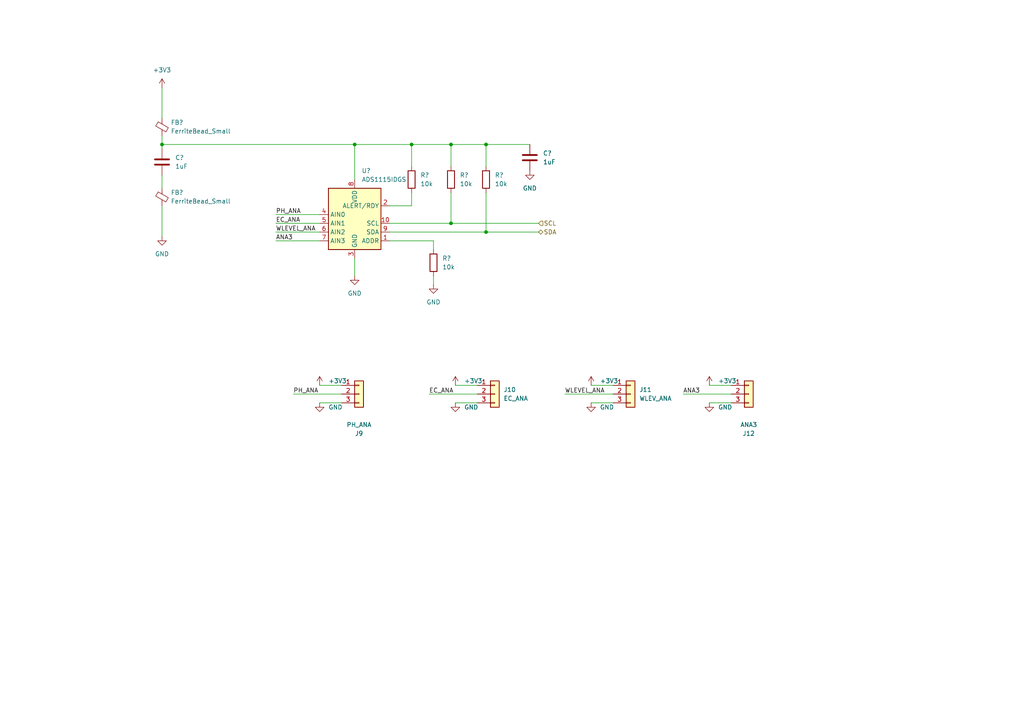
<source format=kicad_sch>
(kicad_sch (version 20211123) (generator eeschema)
  (paper "A4")
  (lib_symbols
    (symbol "Analog_ADC:ADS1115IDGS"
      (property "Reference" "U" (at 2.54 13.97 0))
      (property "Value" "ADS1115IDGS" (at 7.62 11.43 0))
      (symbol "ADS1115IDGS_0_1"
        (rectangle (start -7.62 10.16) (end 7.62 -7.62) (stroke (width 0.254)) (fill (type background)))
      )
      (symbol "ADS1115IDGS_1_1"
        (pin input line (at 10.16 -5.08 180) (length 2.54) (name "ADDR") (number "1"))
        (pin input line (at 10.16 0 180) (length 2.54) (name "SCL") (number "10"))
        (pin output line (at 10.16 5.08 180) (length 2.54) (name "ALERT/RDY") (number "2"))
        (pin power_in line (at 0 -10.16 90) (length 2.54) (name "GND") (number "3"))
        (pin input line (at -10.16 2.54 0) (length 2.54) (name "AIN0") (number "4"))
        (pin input line (at -10.16 0 0) (length 2.54) (name "AIN1") (number "5"))
        (pin input line (at -10.16 -2.54 0) (length 2.54) (name "AIN2") (number "6"))
        (pin input line (at -10.16 -5.08 0) (length 2.54) (name "AIN3") (number "7"))
        (pin power_in line (at 0 12.7 270) (length 2.54) (name "VDD") (number "8"))
        (pin bidirectional line (at 10.16 -2.54 180) (length 2.54) (name "SDA") (number "9"))
      )
    )
    (symbol "Connector_Generic:Conn_01x03" (pin_names (offset 1.016) hide)
      (property "Reference" "J" (at 0 5.08 0))
      (property "Value" "Conn_01x03" (at 0 -5.08 0))
      (symbol "Conn_01x03_1_1"
        (rectangle (start -1.27 -2.413) (end 0 -2.667) (stroke (width 0.1524)))
        (rectangle (start -1.27 0.127) (end 0 -0.127) (stroke (width 0.1524)))
        (rectangle (start -1.27 2.667) (end 0 2.413) (stroke (width 0.1524)))
        (rectangle (start -1.27 3.81) (end 1.27 -3.81) (stroke (width 0.254)) (fill (type background)))
        (pin passive line (at -5.08 2.54 0) (length 3.81) (name "Pin_1") (number "1"))
        (pin passive line (at -5.08 0 0) (length 3.81) (name "Pin_2") (number "2"))
        (pin passive line (at -5.08 -2.54 0) (length 3.81) (name "Pin_3") (number "3"))
      )
    )
    (symbol "Device:C" (pin_numbers hide) (pin_names (offset 0.254))
      (property "Reference" "C" (at 0.635 2.54 0))
      (property "Value" "C" (at 0.635 -2.54 0))
      (symbol "C_0_1"
        (polyline (pts (xy -2.032 -0.762) (xy 2.032 -0.762)) (stroke (width 0.508)))
        (polyline (pts (xy -2.032 0.762) (xy 2.032 0.762)) (stroke (width 0.508)))
      )
      (symbol "C_1_1"
        (pin passive line (at 0 3.81 270) (length 2.794) (name "~") (number "1"))
        (pin passive line (at 0 -3.81 90) (length 2.794) (name "~") (number "2"))
      )
    )
    (symbol "Device:FerriteBead_Small" (pin_numbers hide) (pin_names (offset 0))
      (property "Reference" "FB" (at 1.905 1.27 0))
      (property "Value" "FerriteBead_Small" (at 1.905 -1.27 0))
      (symbol "FerriteBead_Small_0_1"
        (polyline (pts (xy 0 -1.27) (xy 0 -0.7874)))
        (polyline (pts (xy 0 0.889) (xy 0 1.2954)))
        (polyline (pts (xy -1.8288 0.2794) (xy -1.1176 1.4986) (xy 1.8288 -0.2032) (xy 1.1176 -1.4224) (xy -1.8288 0.2794)))
      )
      (symbol "FerriteBead_Small_1_1"
        (pin passive line (at 0 2.54 270) (length 1.27) (name "~") (number "1"))
        (pin passive line (at 0 -2.54 90) (length 1.27) (name "~") (number "2"))
      )
    )
    (symbol "Device:R" (pin_numbers hide) (pin_names (offset 0))
      (property "Reference" "R" (at 2.032 0 90))
      (property "Value" "R" (at 0 0 90))
      (symbol "R_0_1"
        (rectangle (start -1.016 -2.54) (end 1.016 2.54) (stroke (width 0.254)))
      )
      (symbol "R_1_1"
        (pin passive line (at 0 3.81 270) (length 1.27) (name "~") (number "1"))
        (pin passive line (at 0 -3.81 90) (length 1.27) (name "~") (number "2"))
      )
    )
    (symbol "power:+3V3" (power) (pin_names (offset 0))
      (property "Value" "+3V3" (at 0 3.556 0))
      (symbol "+3V3_0_1"
        (polyline (pts (xy -0.762 1.27) (xy 0 2.54)))
        (polyline (pts (xy 0 0) (xy 0 2.54)))
        (polyline (pts (xy 0 2.54) (xy 0.762 1.27)))
      )
      (symbol "+3V3_1_1"
        (pin power_in line (at 0 0 90) (length 0) hide (name "+3V3") (number "1"))
      )
    )
    (symbol "power:GND" (power) (pin_names (offset 0))
      (property "Value" "GND" (at 0 -3.81 0))
      (symbol "GND_0_1"
        (polyline (pts (xy 0 0) (xy 0 -1.27) (xy 1.27 -1.27) (xy 0 -2.54) (xy -1.27 -1.27) (xy 0 -1.27)))
      )
      (symbol "GND_1_1"
        (pin power_in line (at 0 0 270) (length 0) hide (name "GND") (number "1"))
      )
    )
  )
  (junction (at 140.97 41.91))
  (junction (at 46.99 41.91))
  (junction (at 102.87 41.91))
  (junction (at 119.38 41.91))
  (junction (at 130.81 64.77))
  (junction (at 140.97 67.31))
  (junction (at 130.81 41.91))
  (wire (pts (xy 102.87 41.91) (xy 119.38 41.91)))
  (wire (pts (xy 153.67 41.91) (xy 140.97 41.91)))
  (wire (pts (xy 102.87 41.91) (xy 102.87 52.07)))
  (wire (pts (xy 102.87 80.01) (xy 102.87 74.93)))
  (wire (pts (xy 92.71 116.84) (xy 99.06 116.84)))
  (wire (pts (xy 80.01 69.85) (xy 92.71 69.85)))
  (wire (pts (xy 130.81 41.91) (xy 130.81 48.26)))
  (wire (pts (xy 130.81 41.91) (xy 119.38 41.91)))
  (wire (pts (xy 132.08 111.76) (xy 138.43 111.76)))
  (wire (pts (xy 140.97 67.31) (xy 156.21 67.31)))
  (wire (pts (xy 171.45 116.84) (xy 177.8 116.84)))
  (wire (pts (xy 46.99 68.58) (xy 46.99 59.69)))
  (wire (pts (xy 205.74 116.84) (xy 212.09 116.84)))
  (wire (pts (xy 125.73 82.55) (xy 125.73 80.01)))
  (wire (pts (xy 80.01 67.31) (xy 92.71 67.31)))
  (wire (pts (xy 92.71 111.76) (xy 99.06 111.76)))
  (wire (pts (xy 46.99 50.8) (xy 46.99 54.61)))
  (wire (pts (xy 46.99 39.37) (xy 46.99 41.91)))
  (wire (pts (xy 113.03 69.85) (xy 125.73 69.85)))
  (wire (pts (xy 46.99 41.91) (xy 102.87 41.91)))
  (wire (pts (xy 124.46 114.3) (xy 138.43 114.3)))
  (wire (pts (xy 80.01 64.77) (xy 92.71 64.77)))
  (wire (pts (xy 140.97 41.91) (xy 140.97 48.26)))
  (wire (pts (xy 198.12 114.3) (xy 212.09 114.3)))
  (wire (pts (xy 130.81 41.91) (xy 140.97 41.91)))
  (wire (pts (xy 130.81 64.77) (xy 130.81 55.88)))
  (wire (pts (xy 125.73 69.85) (xy 125.73 72.39)))
  (wire (pts (xy 130.81 64.77) (xy 156.21 64.77)))
  (wire (pts (xy 85.09 114.3) (xy 99.06 114.3)))
  (wire (pts (xy 119.38 41.91) (xy 119.38 48.26)))
  (wire (pts (xy 171.45 111.76) (xy 177.8 111.76)))
  (wire (pts (xy 46.99 41.91) (xy 46.99 43.18)))
  (wire (pts (xy 132.08 116.84) (xy 138.43 116.84)))
  (wire (pts (xy 163.83 114.3) (xy 177.8 114.3)))
  (wire (pts (xy 80.01 62.23) (xy 92.71 62.23)))
  (wire (pts (xy 46.99 25.4) (xy 46.99 34.29)))
  (wire (pts (xy 113.03 67.31) (xy 140.97 67.31)))
  (wire (pts (xy 113.03 64.77) (xy 130.81 64.77)))
  (wire (pts (xy 119.38 55.88) (xy 119.38 59.69)))
  (wire (pts (xy 140.97 67.31) (xy 140.97 55.88)))
  (wire (pts (xy 205.74 111.76) (xy 212.09 111.76)))
  (wire (pts (xy 119.38 59.69) (xy 113.03 59.69)))
  (label "WLEVEL_ANA" (at 80.01 67.31 0))
  (label "PH_ANA" (at 80.01 62.23 0))
  (label "ANA3" (at 198.12 114.3 0))
  (label "EC_ANA" (at 80.01 64.77 0))
  (label "EC_ANA" (at 124.46 114.3 0))
  (label "WLEVEL_ANA" (at 163.83 114.3 0))
  (label "PH_ANA" (at 85.09 114.3 0))
  (label "ANA3" (at 80.01 69.85 0))
  (hierarchical_label "SDA" (shape bidirectional) (at 156.21 67.31 0))
  (hierarchical_label "SCL" (shape input) (at 156.21 64.77 0))
  (symbol (lib_id "Connector_Generic:Conn_01x03") (at 217.17 114.3 0) (unit 1)
    (property "Reference" "J12" (at 217.17 125.73 0))
    (property "Value" "ANA3" (at 217.17 123.19 0))
    (property "Footprint" "Connector_PinHeader_2.54mm:PinHeader_1x03_P2.54mm_Vertical" (effects hide))
  )
  (symbol (lib_id "power:+3V3") (at 46.99 25.4 0) (unit 1)
    (property "Reference" "#PWR034" (effects hide))
    (property "Value" "+3V3" (at 46.99 20.32 0))
  )
  (symbol (lib_id "power:+3V3") (at 205.74 111.76 0) (unit 1)
    (property "Reference" "#PWR046" (effects hide))
    (property "Value" "+3V3" (at 208.28 110.4899 0) (effects (justify left)))
  )
  (symbol (lib_id "power:GND") (at 132.08 116.84 0) (unit 1)
    (property "Reference" "#PWR042" (effects hide))
    (property "Value" "GND" (at 134.62 118.1099 0) (effects (justify left)))
  )
  (symbol (lib_id "Connector_Generic:Conn_01x03") (at 182.88 114.3 0) (unit 1)
    (property "Reference" "J11" (at 185.42 113.0299 0) (effects (justify left)))
    (property "Value" "WLEV_ANA" (at 185.42 115.5699 0) (effects (justify left)))
    (property "Footprint" "Connector_PinHeader_2.54mm:PinHeader_1x03_P2.54mm_Vertical" (effects hide))
  )
  (symbol (lib_id "Device:R") (at 119.38 52.07 0) (unit 1)
    (property "Reference" "R?" (at 121.92 50.7999 0) (effects (justify left)))
    (property "Value" "10k" (at 121.92 53.3399 0) (effects (justify left)))
    (property "Footprint" "Resistor_SMD:R_1206_3216Metric" (effects hide))
  )
  (symbol (lib_id "power:GND") (at 102.87 80.01 0) (unit 1)
    (property "Reference" "#PWR?" (effects hide))
    (property "Value" "GND" (at 102.87 85.09 0))
  )
  (symbol (lib_id "Device:FerriteBead_Small") (at 46.99 36.83 0) (unit 1)
    (property "Reference" "FB?" (at 49.53 35.5218 0) (effects (justify left)))
    (property "Value" "FerriteBead_Small" (at 49.53 38.0618 0) (effects (justify left)))
    (property "Footprint" "Resistor_SMD:R_1206_3216Metric" (effects hide))
  )
  (symbol (lib_id "Device:R") (at 140.97 52.07 0) (unit 1)
    (property "Reference" "R?" (at 143.51 50.7999 0) (effects (justify left)))
    (property "Value" "10k" (at 143.51 53.3399 0) (effects (justify left)))
    (property "Footprint" "Resistor_SMD:R_1206_3216Metric" (effects hide))
  )
  (symbol (lib_id "power:GND") (at 46.99 68.58 0) (unit 1)
    (property "Reference" "#PWR?" (effects hide))
    (property "Value" "GND" (at 46.99 73.66 0))
  )
  (symbol (lib_id "Connector_Generic:Conn_01x03") (at 104.14 114.3 0) (unit 1)
    (property "Reference" "J9" (at 104.14 125.73 0))
    (property "Value" "PH_ANA" (at 104.14 123.19 0))
    (property "Footprint" "Connector_PinHeader_2.54mm:PinHeader_1x03_P2.54mm_Vertical" (effects hide))
  )
  (symbol (lib_id "power:+3V3") (at 171.45 111.76 0) (unit 1)
    (property "Reference" "#PWR044" (effects hide))
    (property "Value" "+3V3" (at 173.99 110.4899 0) (effects (justify left)))
  )
  (symbol (lib_id "Analog_ADC:ADS1115IDGS") (at 102.87 64.77 0) (unit 1)
    (property "Reference" "U?" (at 104.8894 49.53 0) (effects (justify left)))
    (property "Value" "ADS1115IDGS" (at 104.8894 52.07 0) (effects (justify left)))
    (property "Footprint" "Package_SO:TSSOP-10_3x3mm_P0.5mm" (effects hide))
    (property "Datasheet" "http://www.ti.com/lit/ds/symlink/ads1113.pdf" (effects hide))
  )
  (symbol (lib_id "power:GND") (at 205.74 116.84 0) (unit 1)
    (property "Reference" "#PWR047" (effects hide))
    (property "Value" "GND" (at 208.28 118.1099 0) (effects (justify left)))
  )
  (symbol (lib_id "Device:R") (at 130.81 52.07 0) (unit 1)
    (property "Reference" "R?" (at 133.35 50.7999 0) (effects (justify left)))
    (property "Value" "10k" (at 133.35 53.3399 0) (effects (justify left)))
    (property "Footprint" "Resistor_SMD:R_1206_3216Metric" (effects hide))
  )
  (symbol (lib_id "power:GND") (at 125.73 82.55 0) (unit 1)
    (property "Reference" "#PWR?" (effects hide))
    (property "Value" "GND" (at 125.73 87.63 0))
  )
  (symbol (lib_id "power:GND") (at 92.71 116.84 0) (unit 1)
    (property "Reference" "#PWR037" (effects hide))
    (property "Value" "GND" (at 95.25 118.1099 0) (effects (justify left)))
  )
  (symbol (lib_id "Device:C") (at 46.99 46.99 0) (unit 1)
    (property "Reference" "C?" (at 50.8 45.7199 0) (effects (justify left)))
    (property "Value" "1uF" (at 50.8 48.2599 0) (effects (justify left)))
    (property "Footprint" "Capacitor_SMD:C_0805_2012Metric" (effects hide))
  )
  (symbol (lib_id "Device:C") (at 153.67 45.72 0) (unit 1)
    (property "Reference" "C?" (at 157.48 44.4499 0) (effects (justify left)))
    (property "Value" "1uF" (at 157.48 46.9899 0) (effects (justify left)))
    (property "Footprint" "Capacitor_SMD:C_0805_2012Metric" (effects hide))
  )
  (symbol (lib_id "power:GND") (at 153.67 49.53 0) (unit 1)
    (property "Reference" "#PWR?" (effects hide))
    (property "Value" "GND" (at 153.67 54.61 0))
  )
  (symbol (lib_id "Connector_Generic:Conn_01x03") (at 143.51 114.3 0) (unit 1)
    (property "Reference" "J10" (at 146.05 113.0299 0) (effects (justify left)))
    (property "Value" "EC_ANA" (at 146.05 115.5699 0) (effects (justify left)))
    (property "Footprint" "Connector_PinHeader_2.54mm:PinHeader_1x03_P2.54mm_Vertical" (effects hide))
  )
  (symbol (lib_id "Device:FerriteBead_Small") (at 46.99 57.15 0) (unit 1)
    (property "Reference" "FB?" (at 49.53 55.8418 0) (effects (justify left)))
    (property "Value" "FerriteBead_Small" (at 49.53 58.3818 0) (effects (justify left)))
    (property "Footprint" "Resistor_SMD:R_1206_3216Metric" (effects hide))
  )
  (symbol (lib_id "power:+3V3") (at 92.71 111.76 0) (unit 1)
    (property "Reference" "#PWR036" (effects hide))
    (property "Value" "+3V3" (at 95.25 110.4899 0) (effects (justify left)))
  )
  (symbol (lib_id "Device:R") (at 125.73 76.2 0) (unit 1)
    (property "Reference" "R?" (at 128.27 74.9299 0) (effects (justify left)))
    (property "Value" "10k" (at 128.27 77.4699 0) (effects (justify left)))
    (property "Footprint" "Resistor_SMD:R_1206_3216Metric" (effects hide))
  )
  (symbol (lib_id "power:+3V3") (at 132.08 111.76 0) (unit 1)
    (property "Reference" "#PWR041" (effects hide))
    (property "Value" "+3V3" (at 134.62 110.4899 0) (effects (justify left)))
  )
  (symbol (lib_id "power:GND") (at 171.45 116.84 0) (unit 1)
    (property "Reference" "#PWR045" (effects hide))
    (property "Value" "GND" (at 173.99 118.1099 0) (effects (justify left)))
  )
)
</source>
